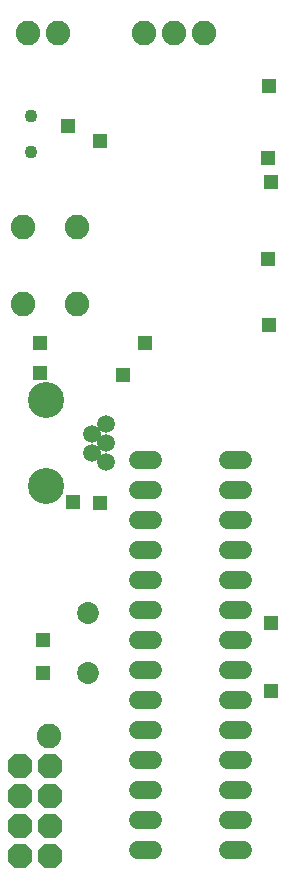
<source format=gbs>
G75*
G70*
%OFA0B0*%
%FSLAX24Y24*%
%IPPOS*%
%LPD*%
%AMOC8*
5,1,8,0,0,1.08239X$1,22.5*
%
%ADD10C,0.0434*%
%ADD11C,0.0600*%
%ADD12C,0.0820*%
%ADD13OC8,0.0820*%
%ADD14C,0.0595*%
%ADD15C,0.1202*%
%ADD16C,0.0730*%
%ADD17R,0.0476X0.0476*%
%ADD18R,0.0490X0.0490*%
D10*
X001925Y024568D03*
X001925Y025749D03*
D11*
X005465Y014308D02*
X005985Y014308D01*
X005985Y013308D02*
X005465Y013308D01*
X005465Y012308D02*
X005985Y012308D01*
X005985Y011308D02*
X005465Y011308D01*
X005465Y010308D02*
X005985Y010308D01*
X005985Y009308D02*
X005465Y009308D01*
X005465Y008308D02*
X005985Y008308D01*
X005985Y007308D02*
X005465Y007308D01*
X005465Y006308D02*
X005985Y006308D01*
X005985Y005308D02*
X005465Y005308D01*
X005465Y004308D02*
X005985Y004308D01*
X005985Y003308D02*
X005465Y003308D01*
X005465Y002308D02*
X005985Y002308D01*
X005985Y001308D02*
X005465Y001308D01*
X008465Y001308D02*
X008985Y001308D01*
X008985Y002308D02*
X008465Y002308D01*
X008465Y003308D02*
X008985Y003308D01*
X008985Y004308D02*
X008465Y004308D01*
X008465Y005308D02*
X008985Y005308D01*
X008985Y006308D02*
X008465Y006308D01*
X008465Y007308D02*
X008985Y007308D01*
X008985Y008308D02*
X008465Y008308D01*
X008465Y009308D02*
X008985Y009308D01*
X008985Y010308D02*
X008465Y010308D01*
X008465Y011308D02*
X008985Y011308D01*
X008985Y012308D02*
X008465Y012308D01*
X008465Y013308D02*
X008985Y013308D01*
X008985Y014308D02*
X008465Y014308D01*
D12*
X003440Y019503D03*
X001660Y019503D03*
X001660Y022063D03*
X003440Y022063D03*
X002800Y028533D03*
X001800Y028533D03*
X005675Y028533D03*
X006675Y028533D03*
X007675Y028533D03*
X002525Y005108D03*
D13*
X001550Y001083D03*
X002550Y001083D03*
X002550Y002083D03*
X001550Y002083D03*
X001550Y003083D03*
X002550Y003083D03*
X002550Y004083D03*
X001550Y004083D03*
D14*
X004408Y014228D03*
X003935Y014543D03*
X004408Y014858D03*
X003935Y015173D03*
X004408Y015488D03*
D15*
X002400Y016295D03*
X002400Y013421D03*
D16*
X003825Y009183D03*
X003825Y007183D03*
D17*
X002300Y007208D03*
X002300Y008308D03*
X003300Y012883D03*
X004200Y012858D03*
X004975Y017133D03*
X005725Y018183D03*
X002225Y018183D03*
X002225Y017183D03*
X009800Y021008D03*
X009900Y023558D03*
X009800Y024358D03*
X009850Y026758D03*
X004225Y024933D03*
X003150Y025433D03*
X009900Y008858D03*
X009900Y006608D03*
D18*
X009850Y018808D03*
M02*

</source>
